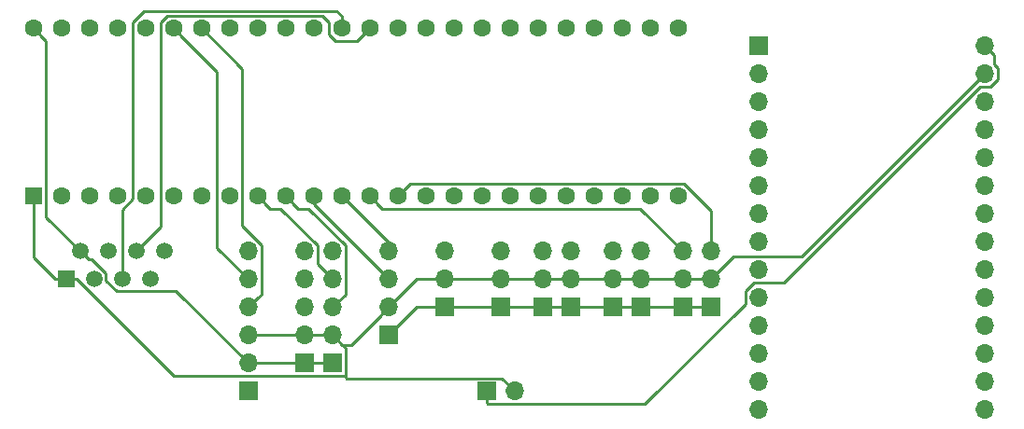
<source format=gbr>
G04 #@! TF.GenerationSoftware,KiCad,Pcbnew,(5.1.2)-2*
G04 #@! TF.CreationDate,2019-09-03T22:12:58-05:00*
G04 #@! TF.ProjectId,ControlBoard_Rev1,436f6e74-726f-46c4-926f-6172645f5265,rev?*
G04 #@! TF.SameCoordinates,Original*
G04 #@! TF.FileFunction,Copper,L1,Top*
G04 #@! TF.FilePolarity,Positive*
%FSLAX46Y46*%
G04 Gerber Fmt 4.6, Leading zero omitted, Abs format (unit mm)*
G04 Created by KiCad (PCBNEW (5.1.2)-2) date 2019-09-03 22:12:58*
%MOMM*%
%LPD*%
G04 APERTURE LIST*
%ADD10R,1.700000X1.700000*%
%ADD11O,1.700000X1.700000*%
%ADD12R,1.500000X1.500000*%
%ADD13C,1.500000*%
%ADD14C,1.600000*%
%ADD15R,1.600000X1.600000*%
%ADD16C,0.250000*%
G04 APERTURE END LIST*
D10*
X180848000Y-77851000D03*
D11*
X201348000Y-77851000D03*
X180848000Y-80391000D03*
X201348000Y-80391000D03*
X180848000Y-82931000D03*
X201348000Y-82931000D03*
X180848000Y-85471000D03*
X201348000Y-85471000D03*
X180848000Y-88011000D03*
X201348000Y-88011000D03*
X180848000Y-90551000D03*
X201348000Y-90551000D03*
X180848000Y-93091000D03*
X201348000Y-93091000D03*
X180848000Y-95631000D03*
X201348000Y-95631000D03*
X180848000Y-98171000D03*
X201348000Y-98171000D03*
X180848000Y-100711000D03*
X201348000Y-100711000D03*
X180848000Y-103251000D03*
X201348000Y-103251000D03*
X180848000Y-105791000D03*
X201348000Y-105791000D03*
X180848000Y-108331000D03*
X201348000Y-108331000D03*
X180848000Y-110871000D03*
X201348000Y-110871000D03*
D12*
X118110000Y-99060000D03*
D13*
X119380000Y-96520000D03*
X120650000Y-99060000D03*
X121920000Y-96520000D03*
X123190000Y-99060000D03*
X124460000Y-96520000D03*
X125730000Y-99060000D03*
X127000000Y-96520000D03*
D11*
X173990000Y-96520000D03*
X176530000Y-96520000D03*
X173990000Y-99060000D03*
X176530000Y-99060000D03*
D10*
X173990000Y-101600000D03*
X176530000Y-101600000D03*
D11*
X167640000Y-96520000D03*
X170180000Y-96520000D03*
X167640000Y-99060000D03*
X170180000Y-99060000D03*
D10*
X167640000Y-101600000D03*
X170180000Y-101600000D03*
X163830000Y-101600000D03*
X161290000Y-101600000D03*
D11*
X163830000Y-99060000D03*
X161290000Y-99060000D03*
X163830000Y-96520000D03*
X161290000Y-96520000D03*
X157480000Y-96520000D03*
X157480000Y-99060000D03*
D10*
X157480000Y-101600000D03*
X152400000Y-101600000D03*
D11*
X152400000Y-99060000D03*
X152400000Y-96520000D03*
D10*
X147320000Y-104140000D03*
D11*
X147320000Y-101600000D03*
X147320000Y-99060000D03*
X147320000Y-96520000D03*
D10*
X142240000Y-106680000D03*
X139700000Y-106680000D03*
D11*
X142240000Y-104140000D03*
X139700000Y-104140000D03*
X142240000Y-101600000D03*
X139700000Y-101600000D03*
X142240000Y-99060000D03*
X139700000Y-99060000D03*
X142240000Y-96520000D03*
X139700000Y-96520000D03*
D10*
X134620000Y-109220000D03*
D11*
X134620000Y-106680000D03*
X134620000Y-104140000D03*
X134620000Y-101600000D03*
X134620000Y-99060000D03*
X134620000Y-96520000D03*
D10*
X156210000Y-109220000D03*
D11*
X158750000Y-109220000D03*
D14*
X155777001Y-91515001D03*
X158317001Y-91515001D03*
X160857001Y-91515001D03*
X163397001Y-91515001D03*
X153237001Y-91515001D03*
X150697001Y-91515001D03*
X148157001Y-91515001D03*
X165937001Y-91515001D03*
X168477001Y-91515001D03*
X171017001Y-91515001D03*
X173557001Y-91515001D03*
X173557001Y-76275001D03*
X171017001Y-76275001D03*
X168477001Y-76275001D03*
X165937001Y-76275001D03*
X163397001Y-76275001D03*
X160857001Y-76275001D03*
X158317001Y-76275001D03*
X155777001Y-76275001D03*
X145617001Y-91515001D03*
X143077001Y-91515001D03*
X140537001Y-91515001D03*
X137997001Y-91515001D03*
X135457001Y-91515001D03*
X132917001Y-91515001D03*
X130377001Y-91515001D03*
X127837001Y-91515001D03*
X125297001Y-91515001D03*
X122757001Y-91515001D03*
X120217001Y-91515001D03*
X117677001Y-91515001D03*
D15*
X115137001Y-91515001D03*
D14*
X153237001Y-76275001D03*
X150697001Y-76275001D03*
X148157001Y-76275001D03*
X145617001Y-76275001D03*
X143077001Y-76275001D03*
X140537001Y-76275001D03*
X137997001Y-76275001D03*
X135457001Y-76275001D03*
X132917001Y-76275001D03*
X130377001Y-76275001D03*
X127837001Y-76275001D03*
X125297001Y-76275001D03*
X122757001Y-76275001D03*
X120217001Y-76275001D03*
X117677001Y-76275001D03*
X115137001Y-76275001D03*
D16*
X140537001Y-92277001D02*
X140537001Y-91515001D01*
X147320000Y-99060000D02*
X140537001Y-92277001D01*
X147320000Y-95758000D02*
X147320000Y-96520000D01*
X143077001Y-91515001D02*
X147320000Y-95758000D01*
X146417000Y-92315000D02*
X145617001Y-91515001D01*
X146742002Y-92640002D02*
X146417000Y-92315000D01*
X170110002Y-92640002D02*
X146742002Y-92640002D01*
X173990000Y-96520000D02*
X170110002Y-92640002D01*
X143077001Y-75143631D02*
X143077001Y-76275001D01*
X142633360Y-74699990D02*
X143077001Y-75143631D01*
X125207010Y-74699990D02*
X142633360Y-74699990D01*
X124172000Y-75735000D02*
X125207010Y-74699990D01*
X124172000Y-91765004D02*
X124172000Y-75735000D01*
X123190000Y-92747004D02*
X124172000Y-91765004D01*
X123190000Y-99060000D02*
X123190000Y-92747004D01*
X144817002Y-77075000D02*
X145617001Y-76275001D01*
X144492000Y-77400002D02*
X144817002Y-77075000D01*
X142537000Y-77400002D02*
X144492000Y-77400002D01*
X141952000Y-76815002D02*
X142537000Y-77400002D01*
X141952000Y-75735000D02*
X141952000Y-76815002D01*
X141367000Y-75150000D02*
X141952000Y-75735000D01*
X127297000Y-75150000D02*
X141367000Y-75150000D01*
X126712000Y-75735000D02*
X127297000Y-75150000D01*
X126712000Y-94268000D02*
X126712000Y-75735000D01*
X124460000Y-96520000D02*
X126712000Y-94268000D01*
X148957000Y-90715002D02*
X148157001Y-91515001D01*
X149282002Y-90390000D02*
X148957000Y-90715002D01*
X174097002Y-90390000D02*
X149282002Y-90390000D01*
X176530000Y-92822998D02*
X174097002Y-90390000D01*
X176530000Y-96520000D02*
X176530000Y-92822998D01*
X138797000Y-92315000D02*
X137997001Y-91515001D01*
X139122002Y-92640002D02*
X138797000Y-92315000D01*
X140099004Y-92640002D02*
X139122002Y-92640002D01*
X143415001Y-95955999D02*
X140099004Y-92640002D01*
X143415001Y-100424999D02*
X143415001Y-95955999D01*
X142240000Y-101600000D02*
X143415001Y-100424999D01*
X136257000Y-92315000D02*
X135457001Y-91515001D01*
X136582002Y-92640002D02*
X136257000Y-92315000D01*
X137559004Y-92640002D02*
X136582002Y-92640002D01*
X140875001Y-95955999D02*
X137559004Y-92640002D01*
X140875001Y-97695001D02*
X140875001Y-95955999D01*
X142240000Y-99060000D02*
X140875001Y-97695001D01*
X135469999Y-100750001D02*
X134620000Y-101600000D01*
X135795001Y-100424999D02*
X135469999Y-100750001D01*
X135795001Y-95955999D02*
X135795001Y-100424999D01*
X134055999Y-94216997D02*
X135795001Y-95955999D01*
X134055999Y-79953999D02*
X134055999Y-94216997D01*
X130377001Y-76275001D02*
X134055999Y-79953999D01*
X128637000Y-77075000D02*
X127837001Y-76275001D01*
X131792000Y-80230000D02*
X128637000Y-77075000D01*
X131792000Y-96232000D02*
X131792000Y-80230000D01*
X134620000Y-99060000D02*
X131792000Y-96232000D01*
X142240000Y-106680000D02*
X134620000Y-106680000D01*
X120129999Y-97269999D02*
X119380000Y-96520000D01*
X120451001Y-97269999D02*
X120129999Y-97269999D01*
X121725001Y-99186003D02*
X121725001Y-98543999D01*
X122673999Y-100135001D02*
X121725001Y-99186003D01*
X121725001Y-98543999D02*
X120451001Y-97269999D01*
X128075001Y-100135001D02*
X122673999Y-100135001D01*
X134620000Y-106680000D02*
X128075001Y-100135001D01*
X115937000Y-77075000D02*
X115137001Y-76275001D01*
X116262002Y-77400002D02*
X115937000Y-77075000D01*
X116262002Y-93402002D02*
X116262002Y-77400002D01*
X119380000Y-96520000D02*
X116262002Y-93402002D01*
X202197999Y-79510280D02*
X202197999Y-78700999D01*
X202565000Y-79877281D02*
X202197999Y-79510280D01*
X201912001Y-81566001D02*
X202565000Y-80913002D01*
X183165499Y-99346001D02*
X200945499Y-81566001D01*
X180473997Y-99346001D02*
X183165499Y-99346001D01*
X202197999Y-78700999D02*
X201348000Y-77851000D01*
X179672999Y-100146999D02*
X180473997Y-99346001D01*
X200945499Y-81566001D02*
X201912001Y-81566001D01*
X179672999Y-101275001D02*
X179672999Y-100146999D01*
X170552999Y-110395001D02*
X179672999Y-101275001D01*
X202565000Y-80913002D02*
X202565000Y-79877281D01*
X156285001Y-110395001D02*
X170552999Y-110395001D01*
X156210000Y-110320000D02*
X156285001Y-110395001D01*
X156210000Y-109220000D02*
X156210000Y-110320000D01*
X117110000Y-99060000D02*
X118110000Y-99060000D01*
X115137001Y-97087001D02*
X117110000Y-99060000D01*
X115137001Y-91515001D02*
X115137001Y-97087001D01*
X143415001Y-107790001D02*
X143415001Y-105315001D01*
X143350001Y-107855001D02*
X143415001Y-107790001D01*
X127905001Y-107855001D02*
X143350001Y-107855001D01*
X119110000Y-99060000D02*
X127905001Y-107855001D01*
X143415001Y-105315001D02*
X143089999Y-104989999D01*
X118110000Y-99060000D02*
X119110000Y-99060000D01*
X141037919Y-104140000D02*
X134620000Y-104140000D01*
X142240000Y-104140000D02*
X141037919Y-104140000D01*
X146470001Y-102449999D02*
X147320000Y-101600000D01*
X143930001Y-104989999D02*
X146470001Y-102449999D01*
X143089999Y-104989999D02*
X143930001Y-104989999D01*
X142240000Y-104140000D02*
X143089999Y-104989999D01*
X149860000Y-99060000D02*
X152400000Y-99060000D01*
X147320000Y-101600000D02*
X149860000Y-99060000D01*
X152400000Y-99060000D02*
X176530000Y-99060000D01*
X143539999Y-108044999D02*
X143350001Y-107855001D01*
X157574999Y-108044999D02*
X143539999Y-108044999D01*
X158750000Y-109220000D02*
X157574999Y-108044999D01*
X178594001Y-96995999D02*
X176530000Y-99060000D01*
X201348000Y-80391000D02*
X184743001Y-96995999D01*
X184743001Y-96995999D02*
X178594001Y-96995999D01*
X175430000Y-101600000D02*
X173990000Y-101600000D01*
X176530000Y-101600000D02*
X175430000Y-101600000D01*
X173990000Y-101600000D02*
X170180000Y-101600000D01*
X169080000Y-101600000D02*
X167640000Y-101600000D01*
X170180000Y-101600000D02*
X169080000Y-101600000D01*
X166437919Y-101600000D02*
X163830000Y-101600000D01*
X167640000Y-101600000D02*
X166437919Y-101600000D01*
X162730000Y-101600000D02*
X161290000Y-101600000D01*
X163830000Y-101600000D02*
X162730000Y-101600000D01*
X161290000Y-101600000D02*
X157480000Y-101600000D01*
X157480000Y-101600000D02*
X152400000Y-101600000D01*
X149860000Y-101600000D02*
X147320000Y-104140000D01*
X152400000Y-101600000D02*
X149860000Y-101600000D01*
M02*

</source>
